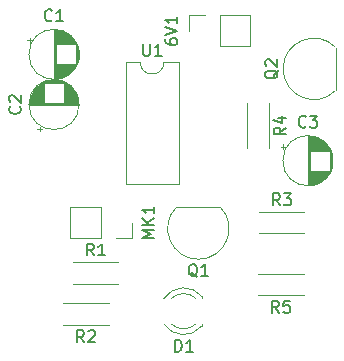
<source format=gbr>
%TF.GenerationSoftware,KiCad,Pcbnew,(5.1.12)-1*%
%TF.CreationDate,2023-08-17T22:23:25+05:30*%
%TF.ProjectId,clap switch,636c6170-2073-4776-9974-63682e6b6963,rev?*%
%TF.SameCoordinates,Original*%
%TF.FileFunction,Legend,Top*%
%TF.FilePolarity,Positive*%
%FSLAX46Y46*%
G04 Gerber Fmt 4.6, Leading zero omitted, Abs format (unit mm)*
G04 Created by KiCad (PCBNEW (5.1.12)-1) date 2023-08-17 22:23:25*
%MOMM*%
%LPD*%
G01*
G04 APERTURE LIST*
%ADD10C,0.120000*%
%ADD11C,0.150000*%
G04 APERTURE END LIST*
D10*
%TO.C,U1*%
X157560000Y-78420000D02*
X156310000Y-78420000D01*
X157560000Y-88700000D02*
X157560000Y-78420000D01*
X153060000Y-88700000D02*
X157560000Y-88700000D01*
X153060000Y-78420000D02*
X153060000Y-88700000D01*
X154310000Y-78420000D02*
X153060000Y-78420000D01*
X156310000Y-78420000D02*
G75*
G02*
X154310000Y-78420000I-1000000J0D01*
G01*
%TO.C,D1*%
X159540000Y-98420000D02*
X159540000Y-98264000D01*
X159540000Y-100736000D02*
X159540000Y-100580000D01*
X156938870Y-98420163D02*
G75*
G02*
X159020961Y-98420000I1041130J-1079837D01*
G01*
X156938870Y-100579837D02*
G75*
G03*
X159020961Y-100580000I1041130J1079837D01*
G01*
X156307665Y-98421392D02*
G75*
G02*
X159540000Y-98264484I1672335J-1078608D01*
G01*
X156307665Y-100578608D02*
G75*
G03*
X159540000Y-100735516I1672335J1078608D01*
G01*
%TO.C,MK1*%
X153580000Y-92000000D02*
X153580000Y-93330000D01*
X153580000Y-93330000D02*
X152250000Y-93330000D01*
X150980000Y-93330000D02*
X148380000Y-93330000D01*
X148380000Y-90670000D02*
X148380000Y-93330000D01*
X150980000Y-90670000D02*
X148380000Y-90670000D01*
X150980000Y-90670000D02*
X150980000Y-93330000D01*
%TO.C,6V1*%
X158420000Y-75750000D02*
X158420000Y-74420000D01*
X158420000Y-74420000D02*
X159750000Y-74420000D01*
X161020000Y-74420000D02*
X163620000Y-74420000D01*
X163620000Y-77080000D02*
X163620000Y-74420000D01*
X161020000Y-77080000D02*
X163620000Y-77080000D01*
X161020000Y-77080000D02*
X161020000Y-74420000D01*
%TO.C,Q2*%
X170850000Y-80780000D02*
X170850000Y-77180000D01*
X170838478Y-77141522D02*
G75*
G03*
X166400000Y-78980000I-1838478J-1838478D01*
G01*
X170838478Y-80818478D02*
G75*
G02*
X166400000Y-78980000I-1838478J1838478D01*
G01*
%TO.C,R5*%
X168130000Y-96330000D02*
X164290000Y-96330000D01*
X168130000Y-98170000D02*
X164290000Y-98170000D01*
%TO.C,R4*%
X163330000Y-81870000D02*
X163330000Y-85710000D01*
X165170000Y-81870000D02*
X165170000Y-85710000D01*
%TO.C,R3*%
X164370000Y-92920000D02*
X168210000Y-92920000D01*
X164370000Y-91080000D02*
X168210000Y-91080000D01*
%TO.C,R2*%
X151630000Y-98830000D02*
X147790000Y-98830000D01*
X151630000Y-100670000D02*
X147790000Y-100670000D01*
%TO.C,R1*%
X148620000Y-97170000D02*
X152460000Y-97170000D01*
X148620000Y-95330000D02*
X152460000Y-95330000D01*
%TO.C,Q1*%
X161030000Y-90650000D02*
X157430000Y-90650000D01*
X157391522Y-90661522D02*
G75*
G03*
X159230000Y-95100000I1838478J-1838478D01*
G01*
X161068478Y-90661522D02*
G75*
G02*
X159230000Y-95100000I-1838478J-1838478D01*
G01*
%TO.C,C3*%
X166430199Y-85355000D02*
X166430199Y-85755000D01*
X166230199Y-85555000D02*
X166630199Y-85555000D01*
X170581000Y-86380000D02*
X170581000Y-87120000D01*
X170541000Y-86213000D02*
X170541000Y-87287000D01*
X170501000Y-86086000D02*
X170501000Y-87414000D01*
X170461000Y-85982000D02*
X170461000Y-87518000D01*
X170421000Y-85891000D02*
X170421000Y-87609000D01*
X170381000Y-85810000D02*
X170381000Y-87690000D01*
X170341000Y-85737000D02*
X170341000Y-87763000D01*
X170301000Y-87590000D02*
X170301000Y-87830000D01*
X170301000Y-85670000D02*
X170301000Y-85910000D01*
X170261000Y-87590000D02*
X170261000Y-87892000D01*
X170261000Y-85608000D02*
X170261000Y-85910000D01*
X170221000Y-87590000D02*
X170221000Y-87950000D01*
X170221000Y-85550000D02*
X170221000Y-85910000D01*
X170181000Y-87590000D02*
X170181000Y-88004000D01*
X170181000Y-85496000D02*
X170181000Y-85910000D01*
X170141000Y-87590000D02*
X170141000Y-88054000D01*
X170141000Y-85446000D02*
X170141000Y-85910000D01*
X170101000Y-87590000D02*
X170101000Y-88101000D01*
X170101000Y-85399000D02*
X170101000Y-85910000D01*
X170061000Y-87590000D02*
X170061000Y-88146000D01*
X170061000Y-85354000D02*
X170061000Y-85910000D01*
X170021000Y-87590000D02*
X170021000Y-88188000D01*
X170021000Y-85312000D02*
X170021000Y-85910000D01*
X169981000Y-87590000D02*
X169981000Y-88228000D01*
X169981000Y-85272000D02*
X169981000Y-85910000D01*
X169941000Y-87590000D02*
X169941000Y-88266000D01*
X169941000Y-85234000D02*
X169941000Y-85910000D01*
X169901000Y-87590000D02*
X169901000Y-88302000D01*
X169901000Y-85198000D02*
X169901000Y-85910000D01*
X169861000Y-87590000D02*
X169861000Y-88337000D01*
X169861000Y-85163000D02*
X169861000Y-85910000D01*
X169821000Y-87590000D02*
X169821000Y-88369000D01*
X169821000Y-85131000D02*
X169821000Y-85910000D01*
X169781000Y-87590000D02*
X169781000Y-88400000D01*
X169781000Y-85100000D02*
X169781000Y-85910000D01*
X169741000Y-87590000D02*
X169741000Y-88430000D01*
X169741000Y-85070000D02*
X169741000Y-85910000D01*
X169701000Y-87590000D02*
X169701000Y-88458000D01*
X169701000Y-85042000D02*
X169701000Y-85910000D01*
X169661000Y-87590000D02*
X169661000Y-88485000D01*
X169661000Y-85015000D02*
X169661000Y-85910000D01*
X169621000Y-87590000D02*
X169621000Y-88510000D01*
X169621000Y-84990000D02*
X169621000Y-85910000D01*
X169581000Y-87590000D02*
X169581000Y-88535000D01*
X169581000Y-84965000D02*
X169581000Y-85910000D01*
X169541000Y-87590000D02*
X169541000Y-88558000D01*
X169541000Y-84942000D02*
X169541000Y-85910000D01*
X169501000Y-87590000D02*
X169501000Y-88580000D01*
X169501000Y-84920000D02*
X169501000Y-85910000D01*
X169461000Y-87590000D02*
X169461000Y-88601000D01*
X169461000Y-84899000D02*
X169461000Y-85910000D01*
X169421000Y-87590000D02*
X169421000Y-88620000D01*
X169421000Y-84880000D02*
X169421000Y-85910000D01*
X169381000Y-87590000D02*
X169381000Y-88639000D01*
X169381000Y-84861000D02*
X169381000Y-85910000D01*
X169341000Y-87590000D02*
X169341000Y-88657000D01*
X169341000Y-84843000D02*
X169341000Y-85910000D01*
X169301000Y-87590000D02*
X169301000Y-88674000D01*
X169301000Y-84826000D02*
X169301000Y-85910000D01*
X169261000Y-87590000D02*
X169261000Y-88690000D01*
X169261000Y-84810000D02*
X169261000Y-85910000D01*
X169221000Y-87590000D02*
X169221000Y-88704000D01*
X169221000Y-84796000D02*
X169221000Y-85910000D01*
X169180000Y-87590000D02*
X169180000Y-88718000D01*
X169180000Y-84782000D02*
X169180000Y-85910000D01*
X169140000Y-87590000D02*
X169140000Y-88732000D01*
X169140000Y-84768000D02*
X169140000Y-85910000D01*
X169100000Y-87590000D02*
X169100000Y-88744000D01*
X169100000Y-84756000D02*
X169100000Y-85910000D01*
X169060000Y-87590000D02*
X169060000Y-88755000D01*
X169060000Y-84745000D02*
X169060000Y-85910000D01*
X169020000Y-87590000D02*
X169020000Y-88766000D01*
X169020000Y-84734000D02*
X169020000Y-85910000D01*
X168980000Y-87590000D02*
X168980000Y-88775000D01*
X168980000Y-84725000D02*
X168980000Y-85910000D01*
X168940000Y-87590000D02*
X168940000Y-88784000D01*
X168940000Y-84716000D02*
X168940000Y-85910000D01*
X168900000Y-87590000D02*
X168900000Y-88792000D01*
X168900000Y-84708000D02*
X168900000Y-85910000D01*
X168860000Y-87590000D02*
X168860000Y-88800000D01*
X168860000Y-84700000D02*
X168860000Y-85910000D01*
X168820000Y-87590000D02*
X168820000Y-88806000D01*
X168820000Y-84694000D02*
X168820000Y-85910000D01*
X168780000Y-87590000D02*
X168780000Y-88812000D01*
X168780000Y-84688000D02*
X168780000Y-85910000D01*
X168740000Y-87590000D02*
X168740000Y-88817000D01*
X168740000Y-84683000D02*
X168740000Y-85910000D01*
X168700000Y-87590000D02*
X168700000Y-88821000D01*
X168700000Y-84679000D02*
X168700000Y-85910000D01*
X168660000Y-84676000D02*
X168660000Y-88824000D01*
X168620000Y-84673000D02*
X168620000Y-88827000D01*
X168580000Y-84671000D02*
X168580000Y-88829000D01*
X168540000Y-84670000D02*
X168540000Y-88830000D01*
X168500000Y-84670000D02*
X168500000Y-88830000D01*
X170620000Y-86750000D02*
G75*
G03*
X170620000Y-86750000I-2120000J0D01*
G01*
%TO.C,C2*%
X145605000Y-84069801D02*
X146005000Y-84069801D01*
X145805000Y-84269801D02*
X145805000Y-83869801D01*
X146630000Y-79919000D02*
X147370000Y-79919000D01*
X146463000Y-79959000D02*
X147537000Y-79959000D01*
X146336000Y-79999000D02*
X147664000Y-79999000D01*
X146232000Y-80039000D02*
X147768000Y-80039000D01*
X146141000Y-80079000D02*
X147859000Y-80079000D01*
X146060000Y-80119000D02*
X147940000Y-80119000D01*
X145987000Y-80159000D02*
X148013000Y-80159000D01*
X147840000Y-80199000D02*
X148080000Y-80199000D01*
X145920000Y-80199000D02*
X146160000Y-80199000D01*
X147840000Y-80239000D02*
X148142000Y-80239000D01*
X145858000Y-80239000D02*
X146160000Y-80239000D01*
X147840000Y-80279000D02*
X148200000Y-80279000D01*
X145800000Y-80279000D02*
X146160000Y-80279000D01*
X147840000Y-80319000D02*
X148254000Y-80319000D01*
X145746000Y-80319000D02*
X146160000Y-80319000D01*
X147840000Y-80359000D02*
X148304000Y-80359000D01*
X145696000Y-80359000D02*
X146160000Y-80359000D01*
X147840000Y-80399000D02*
X148351000Y-80399000D01*
X145649000Y-80399000D02*
X146160000Y-80399000D01*
X147840000Y-80439000D02*
X148396000Y-80439000D01*
X145604000Y-80439000D02*
X146160000Y-80439000D01*
X147840000Y-80479000D02*
X148438000Y-80479000D01*
X145562000Y-80479000D02*
X146160000Y-80479000D01*
X147840000Y-80519000D02*
X148478000Y-80519000D01*
X145522000Y-80519000D02*
X146160000Y-80519000D01*
X147840000Y-80559000D02*
X148516000Y-80559000D01*
X145484000Y-80559000D02*
X146160000Y-80559000D01*
X147840000Y-80599000D02*
X148552000Y-80599000D01*
X145448000Y-80599000D02*
X146160000Y-80599000D01*
X147840000Y-80639000D02*
X148587000Y-80639000D01*
X145413000Y-80639000D02*
X146160000Y-80639000D01*
X147840000Y-80679000D02*
X148619000Y-80679000D01*
X145381000Y-80679000D02*
X146160000Y-80679000D01*
X147840000Y-80719000D02*
X148650000Y-80719000D01*
X145350000Y-80719000D02*
X146160000Y-80719000D01*
X147840000Y-80759000D02*
X148680000Y-80759000D01*
X145320000Y-80759000D02*
X146160000Y-80759000D01*
X147840000Y-80799000D02*
X148708000Y-80799000D01*
X145292000Y-80799000D02*
X146160000Y-80799000D01*
X147840000Y-80839000D02*
X148735000Y-80839000D01*
X145265000Y-80839000D02*
X146160000Y-80839000D01*
X147840000Y-80879000D02*
X148760000Y-80879000D01*
X145240000Y-80879000D02*
X146160000Y-80879000D01*
X147840000Y-80919000D02*
X148785000Y-80919000D01*
X145215000Y-80919000D02*
X146160000Y-80919000D01*
X147840000Y-80959000D02*
X148808000Y-80959000D01*
X145192000Y-80959000D02*
X146160000Y-80959000D01*
X147840000Y-80999000D02*
X148830000Y-80999000D01*
X145170000Y-80999000D02*
X146160000Y-80999000D01*
X147840000Y-81039000D02*
X148851000Y-81039000D01*
X145149000Y-81039000D02*
X146160000Y-81039000D01*
X147840000Y-81079000D02*
X148870000Y-81079000D01*
X145130000Y-81079000D02*
X146160000Y-81079000D01*
X147840000Y-81119000D02*
X148889000Y-81119000D01*
X145111000Y-81119000D02*
X146160000Y-81119000D01*
X147840000Y-81159000D02*
X148907000Y-81159000D01*
X145093000Y-81159000D02*
X146160000Y-81159000D01*
X147840000Y-81199000D02*
X148924000Y-81199000D01*
X145076000Y-81199000D02*
X146160000Y-81199000D01*
X147840000Y-81239000D02*
X148940000Y-81239000D01*
X145060000Y-81239000D02*
X146160000Y-81239000D01*
X147840000Y-81279000D02*
X148954000Y-81279000D01*
X145046000Y-81279000D02*
X146160000Y-81279000D01*
X147840000Y-81320000D02*
X148968000Y-81320000D01*
X145032000Y-81320000D02*
X146160000Y-81320000D01*
X147840000Y-81360000D02*
X148982000Y-81360000D01*
X145018000Y-81360000D02*
X146160000Y-81360000D01*
X147840000Y-81400000D02*
X148994000Y-81400000D01*
X145006000Y-81400000D02*
X146160000Y-81400000D01*
X147840000Y-81440000D02*
X149005000Y-81440000D01*
X144995000Y-81440000D02*
X146160000Y-81440000D01*
X147840000Y-81480000D02*
X149016000Y-81480000D01*
X144984000Y-81480000D02*
X146160000Y-81480000D01*
X147840000Y-81520000D02*
X149025000Y-81520000D01*
X144975000Y-81520000D02*
X146160000Y-81520000D01*
X147840000Y-81560000D02*
X149034000Y-81560000D01*
X144966000Y-81560000D02*
X146160000Y-81560000D01*
X147840000Y-81600000D02*
X149042000Y-81600000D01*
X144958000Y-81600000D02*
X146160000Y-81600000D01*
X147840000Y-81640000D02*
X149050000Y-81640000D01*
X144950000Y-81640000D02*
X146160000Y-81640000D01*
X147840000Y-81680000D02*
X149056000Y-81680000D01*
X144944000Y-81680000D02*
X146160000Y-81680000D01*
X147840000Y-81720000D02*
X149062000Y-81720000D01*
X144938000Y-81720000D02*
X146160000Y-81720000D01*
X147840000Y-81760000D02*
X149067000Y-81760000D01*
X144933000Y-81760000D02*
X146160000Y-81760000D01*
X147840000Y-81800000D02*
X149071000Y-81800000D01*
X144929000Y-81800000D02*
X146160000Y-81800000D01*
X144926000Y-81840000D02*
X149074000Y-81840000D01*
X144923000Y-81880000D02*
X149077000Y-81880000D01*
X144921000Y-81920000D02*
X149079000Y-81920000D01*
X144920000Y-81960000D02*
X149080000Y-81960000D01*
X144920000Y-82000000D02*
X149080000Y-82000000D01*
X149120000Y-82000000D02*
G75*
G03*
X149120000Y-82000000I-2120000J0D01*
G01*
%TO.C,C1*%
X144930199Y-76355000D02*
X144930199Y-76755000D01*
X144730199Y-76555000D02*
X145130199Y-76555000D01*
X149081000Y-77380000D02*
X149081000Y-78120000D01*
X149041000Y-77213000D02*
X149041000Y-78287000D01*
X149001000Y-77086000D02*
X149001000Y-78414000D01*
X148961000Y-76982000D02*
X148961000Y-78518000D01*
X148921000Y-76891000D02*
X148921000Y-78609000D01*
X148881000Y-76810000D02*
X148881000Y-78690000D01*
X148841000Y-76737000D02*
X148841000Y-78763000D01*
X148801000Y-78590000D02*
X148801000Y-78830000D01*
X148801000Y-76670000D02*
X148801000Y-76910000D01*
X148761000Y-78590000D02*
X148761000Y-78892000D01*
X148761000Y-76608000D02*
X148761000Y-76910000D01*
X148721000Y-78590000D02*
X148721000Y-78950000D01*
X148721000Y-76550000D02*
X148721000Y-76910000D01*
X148681000Y-78590000D02*
X148681000Y-79004000D01*
X148681000Y-76496000D02*
X148681000Y-76910000D01*
X148641000Y-78590000D02*
X148641000Y-79054000D01*
X148641000Y-76446000D02*
X148641000Y-76910000D01*
X148601000Y-78590000D02*
X148601000Y-79101000D01*
X148601000Y-76399000D02*
X148601000Y-76910000D01*
X148561000Y-78590000D02*
X148561000Y-79146000D01*
X148561000Y-76354000D02*
X148561000Y-76910000D01*
X148521000Y-78590000D02*
X148521000Y-79188000D01*
X148521000Y-76312000D02*
X148521000Y-76910000D01*
X148481000Y-78590000D02*
X148481000Y-79228000D01*
X148481000Y-76272000D02*
X148481000Y-76910000D01*
X148441000Y-78590000D02*
X148441000Y-79266000D01*
X148441000Y-76234000D02*
X148441000Y-76910000D01*
X148401000Y-78590000D02*
X148401000Y-79302000D01*
X148401000Y-76198000D02*
X148401000Y-76910000D01*
X148361000Y-78590000D02*
X148361000Y-79337000D01*
X148361000Y-76163000D02*
X148361000Y-76910000D01*
X148321000Y-78590000D02*
X148321000Y-79369000D01*
X148321000Y-76131000D02*
X148321000Y-76910000D01*
X148281000Y-78590000D02*
X148281000Y-79400000D01*
X148281000Y-76100000D02*
X148281000Y-76910000D01*
X148241000Y-78590000D02*
X148241000Y-79430000D01*
X148241000Y-76070000D02*
X148241000Y-76910000D01*
X148201000Y-78590000D02*
X148201000Y-79458000D01*
X148201000Y-76042000D02*
X148201000Y-76910000D01*
X148161000Y-78590000D02*
X148161000Y-79485000D01*
X148161000Y-76015000D02*
X148161000Y-76910000D01*
X148121000Y-78590000D02*
X148121000Y-79510000D01*
X148121000Y-75990000D02*
X148121000Y-76910000D01*
X148081000Y-78590000D02*
X148081000Y-79535000D01*
X148081000Y-75965000D02*
X148081000Y-76910000D01*
X148041000Y-78590000D02*
X148041000Y-79558000D01*
X148041000Y-75942000D02*
X148041000Y-76910000D01*
X148001000Y-78590000D02*
X148001000Y-79580000D01*
X148001000Y-75920000D02*
X148001000Y-76910000D01*
X147961000Y-78590000D02*
X147961000Y-79601000D01*
X147961000Y-75899000D02*
X147961000Y-76910000D01*
X147921000Y-78590000D02*
X147921000Y-79620000D01*
X147921000Y-75880000D02*
X147921000Y-76910000D01*
X147881000Y-78590000D02*
X147881000Y-79639000D01*
X147881000Y-75861000D02*
X147881000Y-76910000D01*
X147841000Y-78590000D02*
X147841000Y-79657000D01*
X147841000Y-75843000D02*
X147841000Y-76910000D01*
X147801000Y-78590000D02*
X147801000Y-79674000D01*
X147801000Y-75826000D02*
X147801000Y-76910000D01*
X147761000Y-78590000D02*
X147761000Y-79690000D01*
X147761000Y-75810000D02*
X147761000Y-76910000D01*
X147721000Y-78590000D02*
X147721000Y-79704000D01*
X147721000Y-75796000D02*
X147721000Y-76910000D01*
X147680000Y-78590000D02*
X147680000Y-79718000D01*
X147680000Y-75782000D02*
X147680000Y-76910000D01*
X147640000Y-78590000D02*
X147640000Y-79732000D01*
X147640000Y-75768000D02*
X147640000Y-76910000D01*
X147600000Y-78590000D02*
X147600000Y-79744000D01*
X147600000Y-75756000D02*
X147600000Y-76910000D01*
X147560000Y-78590000D02*
X147560000Y-79755000D01*
X147560000Y-75745000D02*
X147560000Y-76910000D01*
X147520000Y-78590000D02*
X147520000Y-79766000D01*
X147520000Y-75734000D02*
X147520000Y-76910000D01*
X147480000Y-78590000D02*
X147480000Y-79775000D01*
X147480000Y-75725000D02*
X147480000Y-76910000D01*
X147440000Y-78590000D02*
X147440000Y-79784000D01*
X147440000Y-75716000D02*
X147440000Y-76910000D01*
X147400000Y-78590000D02*
X147400000Y-79792000D01*
X147400000Y-75708000D02*
X147400000Y-76910000D01*
X147360000Y-78590000D02*
X147360000Y-79800000D01*
X147360000Y-75700000D02*
X147360000Y-76910000D01*
X147320000Y-78590000D02*
X147320000Y-79806000D01*
X147320000Y-75694000D02*
X147320000Y-76910000D01*
X147280000Y-78590000D02*
X147280000Y-79812000D01*
X147280000Y-75688000D02*
X147280000Y-76910000D01*
X147240000Y-78590000D02*
X147240000Y-79817000D01*
X147240000Y-75683000D02*
X147240000Y-76910000D01*
X147200000Y-78590000D02*
X147200000Y-79821000D01*
X147200000Y-75679000D02*
X147200000Y-76910000D01*
X147160000Y-75676000D02*
X147160000Y-79824000D01*
X147120000Y-75673000D02*
X147120000Y-79827000D01*
X147080000Y-75671000D02*
X147080000Y-79829000D01*
X147040000Y-75670000D02*
X147040000Y-79830000D01*
X147000000Y-75670000D02*
X147000000Y-79830000D01*
X149120000Y-77750000D02*
G75*
G03*
X149120000Y-77750000I-2120000J0D01*
G01*
%TO.C,U1*%
D11*
X154548095Y-76872380D02*
X154548095Y-77681904D01*
X154595714Y-77777142D01*
X154643333Y-77824761D01*
X154738571Y-77872380D01*
X154929047Y-77872380D01*
X155024285Y-77824761D01*
X155071904Y-77777142D01*
X155119523Y-77681904D01*
X155119523Y-76872380D01*
X156119523Y-77872380D02*
X155548095Y-77872380D01*
X155833809Y-77872380D02*
X155833809Y-76872380D01*
X155738571Y-77015238D01*
X155643333Y-77110476D01*
X155548095Y-77158095D01*
%TO.C,D1*%
X157241904Y-102912380D02*
X157241904Y-101912380D01*
X157480000Y-101912380D01*
X157622857Y-101960000D01*
X157718095Y-102055238D01*
X157765714Y-102150476D01*
X157813333Y-102340952D01*
X157813333Y-102483809D01*
X157765714Y-102674285D01*
X157718095Y-102769523D01*
X157622857Y-102864761D01*
X157480000Y-102912380D01*
X157241904Y-102912380D01*
X158765714Y-102912380D02*
X158194285Y-102912380D01*
X158480000Y-102912380D02*
X158480000Y-101912380D01*
X158384761Y-102055238D01*
X158289523Y-102150476D01*
X158194285Y-102198095D01*
%TO.C,MK1*%
X155472380Y-93309523D02*
X154472380Y-93309523D01*
X155186666Y-92976190D01*
X154472380Y-92642857D01*
X155472380Y-92642857D01*
X155472380Y-92166666D02*
X154472380Y-92166666D01*
X155472380Y-91595238D02*
X154900952Y-92023809D01*
X154472380Y-91595238D02*
X155043809Y-92166666D01*
X155472380Y-90642857D02*
X155472380Y-91214285D01*
X155472380Y-90928571D02*
X154472380Y-90928571D01*
X154615238Y-91023809D01*
X154710476Y-91119047D01*
X154758095Y-91214285D01*
%TO.C,6V1*%
X156432380Y-76464285D02*
X156432380Y-76654761D01*
X156480000Y-76750000D01*
X156527619Y-76797619D01*
X156670476Y-76892857D01*
X156860952Y-76940476D01*
X157241904Y-76940476D01*
X157337142Y-76892857D01*
X157384761Y-76845238D01*
X157432380Y-76750000D01*
X157432380Y-76559523D01*
X157384761Y-76464285D01*
X157337142Y-76416666D01*
X157241904Y-76369047D01*
X157003809Y-76369047D01*
X156908571Y-76416666D01*
X156860952Y-76464285D01*
X156813333Y-76559523D01*
X156813333Y-76750000D01*
X156860952Y-76845238D01*
X156908571Y-76892857D01*
X157003809Y-76940476D01*
X156432380Y-76083333D02*
X157432380Y-75750000D01*
X156432380Y-75416666D01*
X157432380Y-74559523D02*
X157432380Y-75130952D01*
X157432380Y-74845238D02*
X156432380Y-74845238D01*
X156575238Y-74940476D01*
X156670476Y-75035714D01*
X156718095Y-75130952D01*
%TO.C,Q2*%
X165987619Y-79075238D02*
X165940000Y-79170476D01*
X165844761Y-79265714D01*
X165701904Y-79408571D01*
X165654285Y-79503809D01*
X165654285Y-79599047D01*
X165892380Y-79551428D02*
X165844761Y-79646666D01*
X165749523Y-79741904D01*
X165559047Y-79789523D01*
X165225714Y-79789523D01*
X165035238Y-79741904D01*
X164940000Y-79646666D01*
X164892380Y-79551428D01*
X164892380Y-79360952D01*
X164940000Y-79265714D01*
X165035238Y-79170476D01*
X165225714Y-79122857D01*
X165559047Y-79122857D01*
X165749523Y-79170476D01*
X165844761Y-79265714D01*
X165892380Y-79360952D01*
X165892380Y-79551428D01*
X164987619Y-78741904D02*
X164940000Y-78694285D01*
X164892380Y-78599047D01*
X164892380Y-78360952D01*
X164940000Y-78265714D01*
X164987619Y-78218095D01*
X165082857Y-78170476D01*
X165178095Y-78170476D01*
X165320952Y-78218095D01*
X165892380Y-78789523D01*
X165892380Y-78170476D01*
%TO.C,R5*%
X166043333Y-99622380D02*
X165710000Y-99146190D01*
X165471904Y-99622380D02*
X165471904Y-98622380D01*
X165852857Y-98622380D01*
X165948095Y-98670000D01*
X165995714Y-98717619D01*
X166043333Y-98812857D01*
X166043333Y-98955714D01*
X165995714Y-99050952D01*
X165948095Y-99098571D01*
X165852857Y-99146190D01*
X165471904Y-99146190D01*
X166948095Y-98622380D02*
X166471904Y-98622380D01*
X166424285Y-99098571D01*
X166471904Y-99050952D01*
X166567142Y-99003333D01*
X166805238Y-99003333D01*
X166900476Y-99050952D01*
X166948095Y-99098571D01*
X166995714Y-99193809D01*
X166995714Y-99431904D01*
X166948095Y-99527142D01*
X166900476Y-99574761D01*
X166805238Y-99622380D01*
X166567142Y-99622380D01*
X166471904Y-99574761D01*
X166424285Y-99527142D01*
%TO.C,R4*%
X166622380Y-83956666D02*
X166146190Y-84290000D01*
X166622380Y-84528095D02*
X165622380Y-84528095D01*
X165622380Y-84147142D01*
X165670000Y-84051904D01*
X165717619Y-84004285D01*
X165812857Y-83956666D01*
X165955714Y-83956666D01*
X166050952Y-84004285D01*
X166098571Y-84051904D01*
X166146190Y-84147142D01*
X166146190Y-84528095D01*
X165955714Y-83099523D02*
X166622380Y-83099523D01*
X165574761Y-83337619D02*
X166289047Y-83575714D01*
X166289047Y-82956666D01*
%TO.C,R3*%
X166123333Y-90532380D02*
X165790000Y-90056190D01*
X165551904Y-90532380D02*
X165551904Y-89532380D01*
X165932857Y-89532380D01*
X166028095Y-89580000D01*
X166075714Y-89627619D01*
X166123333Y-89722857D01*
X166123333Y-89865714D01*
X166075714Y-89960952D01*
X166028095Y-90008571D01*
X165932857Y-90056190D01*
X165551904Y-90056190D01*
X166456666Y-89532380D02*
X167075714Y-89532380D01*
X166742380Y-89913333D01*
X166885238Y-89913333D01*
X166980476Y-89960952D01*
X167028095Y-90008571D01*
X167075714Y-90103809D01*
X167075714Y-90341904D01*
X167028095Y-90437142D01*
X166980476Y-90484761D01*
X166885238Y-90532380D01*
X166599523Y-90532380D01*
X166504285Y-90484761D01*
X166456666Y-90437142D01*
%TO.C,R2*%
X149543333Y-102122380D02*
X149210000Y-101646190D01*
X148971904Y-102122380D02*
X148971904Y-101122380D01*
X149352857Y-101122380D01*
X149448095Y-101170000D01*
X149495714Y-101217619D01*
X149543333Y-101312857D01*
X149543333Y-101455714D01*
X149495714Y-101550952D01*
X149448095Y-101598571D01*
X149352857Y-101646190D01*
X148971904Y-101646190D01*
X149924285Y-101217619D02*
X149971904Y-101170000D01*
X150067142Y-101122380D01*
X150305238Y-101122380D01*
X150400476Y-101170000D01*
X150448095Y-101217619D01*
X150495714Y-101312857D01*
X150495714Y-101408095D01*
X150448095Y-101550952D01*
X149876666Y-102122380D01*
X150495714Y-102122380D01*
%TO.C,R1*%
X150373333Y-94782380D02*
X150040000Y-94306190D01*
X149801904Y-94782380D02*
X149801904Y-93782380D01*
X150182857Y-93782380D01*
X150278095Y-93830000D01*
X150325714Y-93877619D01*
X150373333Y-93972857D01*
X150373333Y-94115714D01*
X150325714Y-94210952D01*
X150278095Y-94258571D01*
X150182857Y-94306190D01*
X149801904Y-94306190D01*
X151325714Y-94782380D02*
X150754285Y-94782380D01*
X151040000Y-94782380D02*
X151040000Y-93782380D01*
X150944761Y-93925238D01*
X150849523Y-94020476D01*
X150754285Y-94068095D01*
%TO.C,Q1*%
X159134761Y-96607619D02*
X159039523Y-96560000D01*
X158944285Y-96464761D01*
X158801428Y-96321904D01*
X158706190Y-96274285D01*
X158610952Y-96274285D01*
X158658571Y-96512380D02*
X158563333Y-96464761D01*
X158468095Y-96369523D01*
X158420476Y-96179047D01*
X158420476Y-95845714D01*
X158468095Y-95655238D01*
X158563333Y-95560000D01*
X158658571Y-95512380D01*
X158849047Y-95512380D01*
X158944285Y-95560000D01*
X159039523Y-95655238D01*
X159087142Y-95845714D01*
X159087142Y-96179047D01*
X159039523Y-96369523D01*
X158944285Y-96464761D01*
X158849047Y-96512380D01*
X158658571Y-96512380D01*
X160039523Y-96512380D02*
X159468095Y-96512380D01*
X159753809Y-96512380D02*
X159753809Y-95512380D01*
X159658571Y-95655238D01*
X159563333Y-95750476D01*
X159468095Y-95798095D01*
%TO.C,C3*%
X168333333Y-83857142D02*
X168285714Y-83904761D01*
X168142857Y-83952380D01*
X168047619Y-83952380D01*
X167904761Y-83904761D01*
X167809523Y-83809523D01*
X167761904Y-83714285D01*
X167714285Y-83523809D01*
X167714285Y-83380952D01*
X167761904Y-83190476D01*
X167809523Y-83095238D01*
X167904761Y-83000000D01*
X168047619Y-82952380D01*
X168142857Y-82952380D01*
X168285714Y-83000000D01*
X168333333Y-83047619D01*
X168666666Y-82952380D02*
X169285714Y-82952380D01*
X168952380Y-83333333D01*
X169095238Y-83333333D01*
X169190476Y-83380952D01*
X169238095Y-83428571D01*
X169285714Y-83523809D01*
X169285714Y-83761904D01*
X169238095Y-83857142D01*
X169190476Y-83904761D01*
X169095238Y-83952380D01*
X168809523Y-83952380D01*
X168714285Y-83904761D01*
X168666666Y-83857142D01*
%TO.C,C2*%
X144107142Y-82166666D02*
X144154761Y-82214285D01*
X144202380Y-82357142D01*
X144202380Y-82452380D01*
X144154761Y-82595238D01*
X144059523Y-82690476D01*
X143964285Y-82738095D01*
X143773809Y-82785714D01*
X143630952Y-82785714D01*
X143440476Y-82738095D01*
X143345238Y-82690476D01*
X143250000Y-82595238D01*
X143202380Y-82452380D01*
X143202380Y-82357142D01*
X143250000Y-82214285D01*
X143297619Y-82166666D01*
X143297619Y-81785714D02*
X143250000Y-81738095D01*
X143202380Y-81642857D01*
X143202380Y-81404761D01*
X143250000Y-81309523D01*
X143297619Y-81261904D01*
X143392857Y-81214285D01*
X143488095Y-81214285D01*
X143630952Y-81261904D01*
X144202380Y-81833333D01*
X144202380Y-81214285D01*
%TO.C,C1*%
X146833333Y-74857142D02*
X146785714Y-74904761D01*
X146642857Y-74952380D01*
X146547619Y-74952380D01*
X146404761Y-74904761D01*
X146309523Y-74809523D01*
X146261904Y-74714285D01*
X146214285Y-74523809D01*
X146214285Y-74380952D01*
X146261904Y-74190476D01*
X146309523Y-74095238D01*
X146404761Y-74000000D01*
X146547619Y-73952380D01*
X146642857Y-73952380D01*
X146785714Y-74000000D01*
X146833333Y-74047619D01*
X147785714Y-74952380D02*
X147214285Y-74952380D01*
X147500000Y-74952380D02*
X147500000Y-73952380D01*
X147404761Y-74095238D01*
X147309523Y-74190476D01*
X147214285Y-74238095D01*
%TD*%
M02*

</source>
